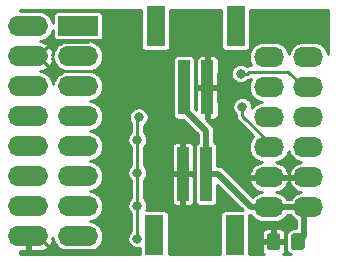
<source format=gbr>
G04 #@! TF.GenerationSoftware,KiCad,Pcbnew,5.1.5-52549c5~84~ubuntu19.10.1*
G04 #@! TF.CreationDate,2020-04-09T07:07:27-07:00*
G04 #@! TF.ProjectId,hub-75-pmod,6875622d-3735-42d7-906d-6f642e6b6963,rev?*
G04 #@! TF.SameCoordinates,PX2857260PY1dea728*
G04 #@! TF.FileFunction,Copper,L1,Top*
G04 #@! TF.FilePolarity,Positive*
%FSLAX46Y46*%
G04 Gerber Fmt 4.6, Leading zero omitted, Abs format (unit mm)*
G04 Created by KiCad (PCBNEW 5.1.5-52549c5~84~ubuntu19.10.1) date 2020-04-09 07:07:27*
%MOMM*%
%LPD*%
G04 APERTURE LIST*
%ADD10O,3.400000X1.700000*%
%ADD11R,3.400000X1.700000*%
%ADD12R,1.600000X3.400000*%
%ADD13R,1.000000X4.600000*%
%ADD14O,2.540000X1.700000*%
%ADD15C,0.100000*%
%ADD16C,0.800000*%
%ADD17C,0.508000*%
%ADD18C,0.254000*%
%ADD19C,0.250000*%
G04 APERTURE END LIST*
D10*
X1934000Y-19610000D03*
X6174000Y-19610000D03*
X1934000Y-17070000D03*
X6174000Y-17070000D03*
X1934000Y-14530000D03*
X6174000Y-14530000D03*
X1934000Y-11990000D03*
X6174000Y-11990000D03*
X1934000Y-9450000D03*
X6174000Y-9450000D03*
X1934000Y-6910000D03*
X6174000Y-6910000D03*
X1934000Y-4370000D03*
X6174000Y-4370000D03*
X1934000Y-1830000D03*
D11*
X6174000Y-1830000D03*
D12*
X12622000Y-19534000D03*
X19422000Y-19534000D03*
D13*
X15022000Y-14334000D03*
X17022000Y-14334000D03*
D14*
X25664000Y-17145000D03*
X22324000Y-17145000D03*
X25664000Y-14605000D03*
X22324000Y-14605000D03*
X25664000Y-12065000D03*
X22324000Y-12065000D03*
X25664000Y-9525000D03*
X22324000Y-9525000D03*
X25664000Y-6985000D03*
X22324000Y-6985000D03*
X25664000Y-4445000D03*
X22324000Y-4445000D03*
D12*
X19520000Y-1802000D03*
X12720000Y-1802000D03*
D13*
X17120000Y-7002000D03*
X15120000Y-7002000D03*
G04 #@! TA.AperFunction,SMDPad,CuDef*
D15*
G36*
X23064505Y-19367204D02*
G01*
X23088773Y-19370804D01*
X23112572Y-19376765D01*
X23135671Y-19385030D01*
X23157850Y-19395520D01*
X23178893Y-19408132D01*
X23198599Y-19422747D01*
X23216777Y-19439223D01*
X23233253Y-19457401D01*
X23247868Y-19477107D01*
X23260480Y-19498150D01*
X23270970Y-19520329D01*
X23279235Y-19543428D01*
X23285196Y-19567227D01*
X23288796Y-19591495D01*
X23290000Y-19615999D01*
X23290000Y-20516001D01*
X23288796Y-20540505D01*
X23285196Y-20564773D01*
X23279235Y-20588572D01*
X23270970Y-20611671D01*
X23260480Y-20633850D01*
X23247868Y-20654893D01*
X23233253Y-20674599D01*
X23216777Y-20692777D01*
X23198599Y-20709253D01*
X23178893Y-20723868D01*
X23157850Y-20736480D01*
X23135671Y-20746970D01*
X23112572Y-20755235D01*
X23088773Y-20761196D01*
X23064505Y-20764796D01*
X23040001Y-20766000D01*
X22389999Y-20766000D01*
X22365495Y-20764796D01*
X22341227Y-20761196D01*
X22317428Y-20755235D01*
X22294329Y-20746970D01*
X22272150Y-20736480D01*
X22251107Y-20723868D01*
X22231401Y-20709253D01*
X22213223Y-20692777D01*
X22196747Y-20674599D01*
X22182132Y-20654893D01*
X22169520Y-20633850D01*
X22159030Y-20611671D01*
X22150765Y-20588572D01*
X22144804Y-20564773D01*
X22141204Y-20540505D01*
X22140000Y-20516001D01*
X22140000Y-19615999D01*
X22141204Y-19591495D01*
X22144804Y-19567227D01*
X22150765Y-19543428D01*
X22159030Y-19520329D01*
X22169520Y-19498150D01*
X22182132Y-19477107D01*
X22196747Y-19457401D01*
X22213223Y-19439223D01*
X22231401Y-19422747D01*
X22251107Y-19408132D01*
X22272150Y-19395520D01*
X22294329Y-19385030D01*
X22317428Y-19376765D01*
X22341227Y-19370804D01*
X22365495Y-19367204D01*
X22389999Y-19366000D01*
X23040001Y-19366000D01*
X23064505Y-19367204D01*
G37*
G04 #@! TD.AperFunction*
G04 #@! TA.AperFunction,SMDPad,CuDef*
G36*
X25114505Y-19367204D02*
G01*
X25138773Y-19370804D01*
X25162572Y-19376765D01*
X25185671Y-19385030D01*
X25207850Y-19395520D01*
X25228893Y-19408132D01*
X25248599Y-19422747D01*
X25266777Y-19439223D01*
X25283253Y-19457401D01*
X25297868Y-19477107D01*
X25310480Y-19498150D01*
X25320970Y-19520329D01*
X25329235Y-19543428D01*
X25335196Y-19567227D01*
X25338796Y-19591495D01*
X25340000Y-19615999D01*
X25340000Y-20516001D01*
X25338796Y-20540505D01*
X25335196Y-20564773D01*
X25329235Y-20588572D01*
X25320970Y-20611671D01*
X25310480Y-20633850D01*
X25297868Y-20654893D01*
X25283253Y-20674599D01*
X25266777Y-20692777D01*
X25248599Y-20709253D01*
X25228893Y-20723868D01*
X25207850Y-20736480D01*
X25185671Y-20746970D01*
X25162572Y-20755235D01*
X25138773Y-20761196D01*
X25114505Y-20764796D01*
X25090001Y-20766000D01*
X24439999Y-20766000D01*
X24415495Y-20764796D01*
X24391227Y-20761196D01*
X24367428Y-20755235D01*
X24344329Y-20746970D01*
X24322150Y-20736480D01*
X24301107Y-20723868D01*
X24281401Y-20709253D01*
X24263223Y-20692777D01*
X24246747Y-20674599D01*
X24232132Y-20654893D01*
X24219520Y-20633850D01*
X24209030Y-20611671D01*
X24200765Y-20588572D01*
X24194804Y-20564773D01*
X24191204Y-20540505D01*
X24190000Y-20516001D01*
X24190000Y-19615999D01*
X24191204Y-19591495D01*
X24194804Y-19567227D01*
X24200765Y-19543428D01*
X24209030Y-19520329D01*
X24219520Y-19498150D01*
X24232132Y-19477107D01*
X24246747Y-19457401D01*
X24263223Y-19439223D01*
X24281401Y-19422747D01*
X24301107Y-19408132D01*
X24322150Y-19395520D01*
X24344329Y-19385030D01*
X24367428Y-19376765D01*
X24391227Y-19370804D01*
X24415495Y-19367204D01*
X24439999Y-19366000D01*
X25090001Y-19366000D01*
X25114505Y-19367204D01*
G37*
G04 #@! TD.AperFunction*
D16*
X23994000Y-18415000D03*
X19937340Y-5843660D03*
X20057000Y-8636000D03*
X11167000Y-11430000D03*
X11167000Y-14224000D03*
X11167000Y-17018000D03*
X11167000Y-19812000D03*
X11294000Y-9525000D03*
D17*
X22724000Y-20057000D02*
X22715000Y-20066000D01*
D18*
X2784000Y-4370000D02*
X3979000Y-3175000D01*
X3979000Y-3175000D02*
X6976000Y-3175000D01*
D19*
X4148999Y-3005001D02*
X8524001Y-3005001D01*
X2784000Y-4370000D02*
X4148999Y-3005001D01*
X2784000Y-4370000D02*
X4045000Y-5631000D01*
X4045000Y-5631000D02*
X7950000Y-5631000D01*
D18*
X15022000Y-14334000D02*
X13653000Y-14334000D01*
X3961010Y-20787010D02*
X7793990Y-20787010D01*
X2784000Y-19610000D02*
X3961010Y-20787010D01*
X7793990Y-20787010D02*
X9700000Y-18881000D01*
X9700000Y-18881000D02*
X9700000Y-8631000D01*
X9700000Y-8631000D02*
X10700000Y-7631000D01*
X10700000Y-7631000D02*
X12450000Y-7631000D01*
X12450000Y-7631000D02*
X12950000Y-8131000D01*
X12950000Y-8131000D02*
X12950000Y-13631000D01*
X12950000Y-13631000D02*
X13653000Y-14334000D01*
D17*
X17022000Y-11526000D02*
X17022000Y-14334000D01*
X17022000Y-10704000D02*
X17022000Y-11526000D01*
X15120000Y-8802000D02*
X17022000Y-10704000D01*
X15120000Y-7002000D02*
X15120000Y-8802000D01*
X18030000Y-14334000D02*
X17022000Y-14334000D01*
X20841000Y-17145000D02*
X18030000Y-14334000D01*
X25264000Y-17145000D02*
X20841000Y-17145000D01*
X25264000Y-19567000D02*
X24765000Y-20066000D01*
X25264000Y-17145000D02*
X25264000Y-19567000D01*
D18*
X23975001Y-5696001D02*
X25264000Y-6985000D01*
D19*
X20650684Y-5696001D02*
X20503025Y-5843660D01*
X20503025Y-5843660D02*
X19937340Y-5843660D01*
X23975001Y-5696001D02*
X20650684Y-5696001D01*
D18*
X20057000Y-9398000D02*
X22724000Y-12065000D01*
X20057000Y-8636000D02*
X20057000Y-9398000D01*
X11167000Y-19246315D02*
X11167000Y-17018000D01*
X11167000Y-19812000D02*
X11167000Y-19246315D01*
X11167000Y-17018000D02*
X11167000Y-14224000D01*
X11167000Y-13658315D02*
X11167000Y-11430000D01*
X11167000Y-14224000D02*
X11167000Y-13658315D01*
X11167000Y-11430000D02*
X11167000Y-9652000D01*
X11167000Y-9652000D02*
X11294000Y-9525000D01*
G36*
X20706560Y-17820877D02*
G01*
X20807311Y-17830800D01*
X20807320Y-17830800D01*
X20817696Y-17831822D01*
X20833065Y-17860576D01*
X20993245Y-18055755D01*
X21188424Y-18215935D01*
X21411103Y-18334959D01*
X21652723Y-18408253D01*
X21841031Y-18426800D01*
X22806969Y-18426800D01*
X22995277Y-18408253D01*
X23236897Y-18334959D01*
X23459576Y-18215935D01*
X23654755Y-18055755D01*
X23814935Y-17860576D01*
X23830851Y-17830800D01*
X24157149Y-17830800D01*
X24173065Y-17860576D01*
X24333245Y-18055755D01*
X24528424Y-18215935D01*
X24578200Y-18242541D01*
X24578201Y-18932111D01*
X24439999Y-18932111D01*
X24306579Y-18945252D01*
X24178286Y-18984169D01*
X24060051Y-19047367D01*
X23956417Y-19132417D01*
X23871367Y-19236051D01*
X23808169Y-19354286D01*
X23769252Y-19482579D01*
X23756111Y-19615999D01*
X23756111Y-20516001D01*
X23769252Y-20649421D01*
X23808169Y-20777714D01*
X23871367Y-20895949D01*
X23956417Y-20999583D01*
X24060051Y-21084633D01*
X24150913Y-21133200D01*
X23519019Y-21133200D01*
X23531056Y-21126766D01*
X23596806Y-21072806D01*
X23650766Y-21007056D01*
X23690861Y-20932042D01*
X23715552Y-20850648D01*
X23723889Y-20766000D01*
X23721800Y-20300950D01*
X23613850Y-20193000D01*
X22842000Y-20193000D01*
X22842000Y-20213000D01*
X22588000Y-20213000D01*
X22588000Y-20193000D01*
X21816150Y-20193000D01*
X21708200Y-20300950D01*
X21706111Y-20766000D01*
X21714448Y-20850648D01*
X21739139Y-20932042D01*
X21779234Y-21007056D01*
X21833194Y-21072806D01*
X21898944Y-21126766D01*
X21910981Y-21133200D01*
X20655889Y-21133200D01*
X20655889Y-19366000D01*
X21706111Y-19366000D01*
X21708200Y-19831050D01*
X21816150Y-19939000D01*
X22588000Y-19939000D01*
X22588000Y-19042150D01*
X22842000Y-19042150D01*
X22842000Y-19939000D01*
X23613850Y-19939000D01*
X23721800Y-19831050D01*
X23723889Y-19366000D01*
X23715552Y-19281352D01*
X23690861Y-19199958D01*
X23650766Y-19124944D01*
X23596806Y-19059194D01*
X23531056Y-19005234D01*
X23456042Y-18965139D01*
X23374648Y-18940448D01*
X23290000Y-18932111D01*
X22949950Y-18934200D01*
X22842000Y-19042150D01*
X22588000Y-19042150D01*
X22480050Y-18934200D01*
X22140000Y-18932111D01*
X22055352Y-18940448D01*
X21973958Y-18965139D01*
X21898944Y-19005234D01*
X21833194Y-19059194D01*
X21779234Y-19124944D01*
X21739139Y-19199958D01*
X21714448Y-19281352D01*
X21706111Y-19366000D01*
X20655889Y-19366000D01*
X20655889Y-17834000D01*
X20652996Y-17804629D01*
X20706560Y-17820877D01*
G37*
X20706560Y-17820877D02*
X20807311Y-17830800D01*
X20807320Y-17830800D01*
X20817696Y-17831822D01*
X20833065Y-17860576D01*
X20993245Y-18055755D01*
X21188424Y-18215935D01*
X21411103Y-18334959D01*
X21652723Y-18408253D01*
X21841031Y-18426800D01*
X22806969Y-18426800D01*
X22995277Y-18408253D01*
X23236897Y-18334959D01*
X23459576Y-18215935D01*
X23654755Y-18055755D01*
X23814935Y-17860576D01*
X23830851Y-17830800D01*
X24157149Y-17830800D01*
X24173065Y-17860576D01*
X24333245Y-18055755D01*
X24528424Y-18215935D01*
X24578200Y-18242541D01*
X24578201Y-18932111D01*
X24439999Y-18932111D01*
X24306579Y-18945252D01*
X24178286Y-18984169D01*
X24060051Y-19047367D01*
X23956417Y-19132417D01*
X23871367Y-19236051D01*
X23808169Y-19354286D01*
X23769252Y-19482579D01*
X23756111Y-19615999D01*
X23756111Y-20516001D01*
X23769252Y-20649421D01*
X23808169Y-20777714D01*
X23871367Y-20895949D01*
X23956417Y-20999583D01*
X24060051Y-21084633D01*
X24150913Y-21133200D01*
X23519019Y-21133200D01*
X23531056Y-21126766D01*
X23596806Y-21072806D01*
X23650766Y-21007056D01*
X23690861Y-20932042D01*
X23715552Y-20850648D01*
X23723889Y-20766000D01*
X23721800Y-20300950D01*
X23613850Y-20193000D01*
X22842000Y-20193000D01*
X22842000Y-20213000D01*
X22588000Y-20213000D01*
X22588000Y-20193000D01*
X21816150Y-20193000D01*
X21708200Y-20300950D01*
X21706111Y-20766000D01*
X21714448Y-20850648D01*
X21739139Y-20932042D01*
X21779234Y-21007056D01*
X21833194Y-21072806D01*
X21898944Y-21126766D01*
X21910981Y-21133200D01*
X20655889Y-21133200D01*
X20655889Y-19366000D01*
X21706111Y-19366000D01*
X21708200Y-19831050D01*
X21816150Y-19939000D01*
X22588000Y-19939000D01*
X22588000Y-19042150D01*
X22842000Y-19042150D01*
X22842000Y-19939000D01*
X23613850Y-19939000D01*
X23721800Y-19831050D01*
X23723889Y-19366000D01*
X23715552Y-19281352D01*
X23690861Y-19199958D01*
X23650766Y-19124944D01*
X23596806Y-19059194D01*
X23531056Y-19005234D01*
X23456042Y-18965139D01*
X23374648Y-18940448D01*
X23290000Y-18932111D01*
X22949950Y-18934200D01*
X22842000Y-19042150D01*
X22588000Y-19042150D01*
X22480050Y-18934200D01*
X22140000Y-18932111D01*
X22055352Y-18940448D01*
X21973958Y-18965139D01*
X21898944Y-19005234D01*
X21833194Y-19059194D01*
X21779234Y-19124944D01*
X21739139Y-19199958D01*
X21714448Y-19281352D01*
X21706111Y-19366000D01*
X20655889Y-19366000D01*
X20655889Y-17834000D01*
X20652996Y-17804629D01*
X20706560Y-17820877D01*
G36*
X11486111Y-3502000D02*
G01*
X11494448Y-3586648D01*
X11519139Y-3668042D01*
X11559234Y-3743056D01*
X11613194Y-3808806D01*
X11678944Y-3862766D01*
X11753958Y-3902861D01*
X11835352Y-3927552D01*
X11920000Y-3935889D01*
X13520000Y-3935889D01*
X13604648Y-3927552D01*
X13686042Y-3902861D01*
X13761056Y-3862766D01*
X13826806Y-3808806D01*
X13880766Y-3743056D01*
X13920861Y-3668042D01*
X13945552Y-3586648D01*
X13953889Y-3502000D01*
X13953889Y-456800D01*
X18286111Y-456800D01*
X18286111Y-3502000D01*
X18294448Y-3586648D01*
X18319139Y-3668042D01*
X18359234Y-3743056D01*
X18413194Y-3808806D01*
X18478944Y-3862766D01*
X18553958Y-3902861D01*
X18635352Y-3927552D01*
X18720000Y-3935889D01*
X20320000Y-3935889D01*
X20404648Y-3927552D01*
X20486042Y-3902861D01*
X20561056Y-3862766D01*
X20626806Y-3808806D01*
X20680766Y-3743056D01*
X20720861Y-3668042D01*
X20745552Y-3586648D01*
X20753889Y-3502000D01*
X20753889Y-456800D01*
X27347200Y-456800D01*
X27347200Y-4193549D01*
X27273959Y-3952103D01*
X27154935Y-3729424D01*
X26994755Y-3534245D01*
X26799576Y-3374065D01*
X26576897Y-3255041D01*
X26335277Y-3181747D01*
X26146969Y-3163200D01*
X25181031Y-3163200D01*
X24992723Y-3181747D01*
X24751103Y-3255041D01*
X24528424Y-3374065D01*
X24333245Y-3534245D01*
X24173065Y-3729424D01*
X24054041Y-3952103D01*
X23994000Y-4150033D01*
X23933959Y-3952103D01*
X23814935Y-3729424D01*
X23654755Y-3534245D01*
X23459576Y-3374065D01*
X23236897Y-3255041D01*
X22995277Y-3181747D01*
X22806969Y-3163200D01*
X21841031Y-3163200D01*
X21652723Y-3181747D01*
X21411103Y-3255041D01*
X21188424Y-3374065D01*
X20993245Y-3534245D01*
X20833065Y-3729424D01*
X20714041Y-3952103D01*
X20640747Y-4193723D01*
X20615998Y-4445000D01*
X20640747Y-4696277D01*
X20714041Y-4937897D01*
X20821640Y-5139201D01*
X20678024Y-5139201D01*
X20650683Y-5136508D01*
X20623342Y-5139201D01*
X20623333Y-5139201D01*
X20541532Y-5147258D01*
X20438896Y-5178392D01*
X20331345Y-5106528D01*
X20179967Y-5043825D01*
X20019265Y-5011860D01*
X19855415Y-5011860D01*
X19694713Y-5043825D01*
X19543335Y-5106528D01*
X19407098Y-5197559D01*
X19291239Y-5313418D01*
X19200208Y-5449655D01*
X19137505Y-5601033D01*
X19105540Y-5761735D01*
X19105540Y-5925585D01*
X19137505Y-6086287D01*
X19200208Y-6237665D01*
X19291239Y-6373902D01*
X19407098Y-6489761D01*
X19543335Y-6580792D01*
X19694713Y-6643495D01*
X19855415Y-6675460D01*
X20019265Y-6675460D01*
X20179967Y-6643495D01*
X20331345Y-6580792D01*
X20467582Y-6489761D01*
X20559779Y-6397564D01*
X20612177Y-6392403D01*
X20717134Y-6360565D01*
X20811234Y-6310267D01*
X20714041Y-6492103D01*
X20640747Y-6733723D01*
X20615998Y-6985000D01*
X20640747Y-7236277D01*
X20714041Y-7477897D01*
X20833065Y-7700576D01*
X20993245Y-7895755D01*
X21188424Y-8055935D01*
X21411103Y-8174959D01*
X21652723Y-8248253D01*
X21721225Y-8255000D01*
X21652723Y-8261747D01*
X21411103Y-8335041D01*
X21188424Y-8454065D01*
X20993245Y-8614245D01*
X20882608Y-8749056D01*
X20888800Y-8717925D01*
X20888800Y-8554075D01*
X20856835Y-8393373D01*
X20794132Y-8241995D01*
X20703101Y-8105758D01*
X20587242Y-7989899D01*
X20451005Y-7898868D01*
X20299627Y-7836165D01*
X20138925Y-7804200D01*
X19975075Y-7804200D01*
X19814373Y-7836165D01*
X19662995Y-7898868D01*
X19526758Y-7989899D01*
X19410899Y-8105758D01*
X19319868Y-8241995D01*
X19257165Y-8393373D01*
X19225200Y-8554075D01*
X19225200Y-8717925D01*
X19257165Y-8878627D01*
X19319868Y-9030005D01*
X19410899Y-9166242D01*
X19498200Y-9253543D01*
X19498200Y-9370558D01*
X19495497Y-9398000D01*
X19498200Y-9425442D01*
X19498200Y-9425444D01*
X19506286Y-9507544D01*
X19511582Y-9525001D01*
X19538239Y-9612877D01*
X19585490Y-9701277D01*
X19590128Y-9709954D01*
X19659958Y-9795043D01*
X19681276Y-9812538D01*
X21009578Y-11140841D01*
X20993245Y-11154245D01*
X20833065Y-11349424D01*
X20714041Y-11572103D01*
X20640747Y-11813723D01*
X20615998Y-12065000D01*
X20640747Y-12316277D01*
X20714041Y-12557897D01*
X20833065Y-12780576D01*
X20993245Y-12975755D01*
X21188424Y-13135935D01*
X21411103Y-13254959D01*
X21652723Y-13328253D01*
X21718971Y-13334778D01*
X21529373Y-13372606D01*
X21296143Y-13469372D01*
X21086273Y-13609780D01*
X20907828Y-13788433D01*
X20767665Y-13998467D01*
X20671171Y-14231809D01*
X20664078Y-14280033D01*
X20737040Y-14478000D01*
X22197000Y-14478000D01*
X22197000Y-14458000D01*
X22451000Y-14458000D01*
X22451000Y-14478000D01*
X23910960Y-14478000D01*
X23983922Y-14280033D01*
X23976829Y-14231809D01*
X23880335Y-13998467D01*
X23740172Y-13788433D01*
X23561727Y-13609780D01*
X23351857Y-13469372D01*
X23118627Y-13372606D01*
X22929029Y-13334778D01*
X22995277Y-13328253D01*
X23236897Y-13254959D01*
X23459576Y-13135935D01*
X23654755Y-12975755D01*
X23814935Y-12780576D01*
X23933959Y-12557897D01*
X23994000Y-12359967D01*
X24054041Y-12557897D01*
X24173065Y-12780576D01*
X24333245Y-12975755D01*
X24528424Y-13135935D01*
X24751103Y-13254959D01*
X24992723Y-13328253D01*
X25058971Y-13334778D01*
X24869373Y-13372606D01*
X24636143Y-13469372D01*
X24426273Y-13609780D01*
X24247828Y-13788433D01*
X24107665Y-13998467D01*
X24011171Y-14231809D01*
X24004078Y-14280033D01*
X24077040Y-14478000D01*
X25537000Y-14478000D01*
X25537000Y-14458000D01*
X25791000Y-14458000D01*
X25791000Y-14478000D01*
X25811000Y-14478000D01*
X25811000Y-14732000D01*
X25791000Y-14732000D01*
X25791000Y-14752000D01*
X25537000Y-14752000D01*
X25537000Y-14732000D01*
X24077040Y-14732000D01*
X24004078Y-14929967D01*
X24011171Y-14978191D01*
X24107665Y-15211533D01*
X24247828Y-15421567D01*
X24426273Y-15600220D01*
X24636143Y-15740628D01*
X24869373Y-15837394D01*
X25058971Y-15875222D01*
X24992723Y-15881747D01*
X24751103Y-15955041D01*
X24528424Y-16074065D01*
X24333245Y-16234245D01*
X24173065Y-16429424D01*
X24157149Y-16459200D01*
X23830851Y-16459200D01*
X23814935Y-16429424D01*
X23654755Y-16234245D01*
X23459576Y-16074065D01*
X23236897Y-15955041D01*
X22995277Y-15881747D01*
X22929029Y-15875222D01*
X23118627Y-15837394D01*
X23351857Y-15740628D01*
X23561727Y-15600220D01*
X23740172Y-15421567D01*
X23880335Y-15211533D01*
X23976829Y-14978191D01*
X23983922Y-14929967D01*
X23910960Y-14732000D01*
X22451000Y-14732000D01*
X22451000Y-14752000D01*
X22197000Y-14752000D01*
X22197000Y-14732000D01*
X20737040Y-14732000D01*
X20664078Y-14929967D01*
X20671171Y-14978191D01*
X20767665Y-15211533D01*
X20907828Y-15421567D01*
X21086273Y-15600220D01*
X21296143Y-15740628D01*
X21529373Y-15837394D01*
X21718971Y-15875222D01*
X21652723Y-15881747D01*
X21411103Y-15955041D01*
X21188424Y-16074065D01*
X20993245Y-16234245D01*
X20951265Y-16285397D01*
X18538758Y-13872891D01*
X18517280Y-13846720D01*
X18412853Y-13761019D01*
X18293714Y-13697338D01*
X18164440Y-13658123D01*
X18063689Y-13648200D01*
X18063679Y-13648200D01*
X18030000Y-13644883D01*
X17996321Y-13648200D01*
X17955889Y-13648200D01*
X17955889Y-12034000D01*
X17947552Y-11949352D01*
X17922861Y-11867958D01*
X17882766Y-11792944D01*
X17828806Y-11727194D01*
X17763056Y-11673234D01*
X17707800Y-11643700D01*
X17707800Y-10737678D01*
X17711117Y-10703999D01*
X17707800Y-10670320D01*
X17707800Y-10670311D01*
X17697877Y-10569560D01*
X17658662Y-10440286D01*
X17594981Y-10321147D01*
X17585639Y-10309764D01*
X17530755Y-10242887D01*
X17530749Y-10242881D01*
X17509279Y-10216720D01*
X17483119Y-10195251D01*
X16953359Y-9665491D01*
X16993000Y-9625850D01*
X16993000Y-7129000D01*
X17247000Y-7129000D01*
X17247000Y-9625850D01*
X17354950Y-9733800D01*
X17620000Y-9735889D01*
X17704648Y-9727552D01*
X17786042Y-9702861D01*
X17861056Y-9662766D01*
X17926806Y-9608806D01*
X17980766Y-9543056D01*
X18020861Y-9468042D01*
X18045552Y-9386648D01*
X18053889Y-9302000D01*
X18051800Y-7236950D01*
X17943850Y-7129000D01*
X17247000Y-7129000D01*
X16993000Y-7129000D01*
X16296150Y-7129000D01*
X16188200Y-7236950D01*
X16186519Y-8898652D01*
X16053889Y-8766022D01*
X16053889Y-4702000D01*
X16186111Y-4702000D01*
X16188200Y-6767050D01*
X16296150Y-6875000D01*
X16993000Y-6875000D01*
X16993000Y-4378150D01*
X17247000Y-4378150D01*
X17247000Y-6875000D01*
X17943850Y-6875000D01*
X18051800Y-6767050D01*
X18053889Y-4702000D01*
X18045552Y-4617352D01*
X18020861Y-4535958D01*
X17980766Y-4460944D01*
X17926806Y-4395194D01*
X17861056Y-4341234D01*
X17786042Y-4301139D01*
X17704648Y-4276448D01*
X17620000Y-4268111D01*
X17354950Y-4270200D01*
X17247000Y-4378150D01*
X16993000Y-4378150D01*
X16885050Y-4270200D01*
X16620000Y-4268111D01*
X16535352Y-4276448D01*
X16453958Y-4301139D01*
X16378944Y-4341234D01*
X16313194Y-4395194D01*
X16259234Y-4460944D01*
X16219139Y-4535958D01*
X16194448Y-4617352D01*
X16186111Y-4702000D01*
X16053889Y-4702000D01*
X16045552Y-4617352D01*
X16020861Y-4535958D01*
X15980766Y-4460944D01*
X15926806Y-4395194D01*
X15861056Y-4341234D01*
X15786042Y-4301139D01*
X15704648Y-4276448D01*
X15620000Y-4268111D01*
X14620000Y-4268111D01*
X14535352Y-4276448D01*
X14453958Y-4301139D01*
X14378944Y-4341234D01*
X14313194Y-4395194D01*
X14259234Y-4460944D01*
X14219139Y-4535958D01*
X14194448Y-4617352D01*
X14186111Y-4702000D01*
X14186111Y-9302000D01*
X14194448Y-9386648D01*
X14219139Y-9468042D01*
X14259234Y-9543056D01*
X14313194Y-9608806D01*
X14378944Y-9662766D01*
X14453958Y-9702861D01*
X14535352Y-9727552D01*
X14620000Y-9735889D01*
X15084022Y-9735889D01*
X16336200Y-10988068D01*
X16336200Y-11643700D01*
X16280944Y-11673234D01*
X16215194Y-11727194D01*
X16161234Y-11792944D01*
X16121139Y-11867958D01*
X16096448Y-11949352D01*
X16088111Y-12034000D01*
X16088111Y-16634000D01*
X16096448Y-16718648D01*
X16121139Y-16800042D01*
X16161234Y-16875056D01*
X16215194Y-16940806D01*
X16280944Y-16994766D01*
X16355958Y-17034861D01*
X16437352Y-17059552D01*
X16522000Y-17067889D01*
X17522000Y-17067889D01*
X17606648Y-17059552D01*
X17688042Y-17034861D01*
X17763056Y-16994766D01*
X17828806Y-16940806D01*
X17882766Y-16875056D01*
X17922861Y-16800042D01*
X17947552Y-16718648D01*
X17955889Y-16634000D01*
X17955889Y-15229756D01*
X20126243Y-17400111D01*
X18622000Y-17400111D01*
X18537352Y-17408448D01*
X18455958Y-17433139D01*
X18380944Y-17473234D01*
X18315194Y-17527194D01*
X18261234Y-17592944D01*
X18221139Y-17667958D01*
X18196448Y-17749352D01*
X18188111Y-17834000D01*
X18188111Y-21133200D01*
X13855889Y-21133200D01*
X13855889Y-17834000D01*
X13847552Y-17749352D01*
X13822861Y-17667958D01*
X13782766Y-17592944D01*
X13728806Y-17527194D01*
X13663056Y-17473234D01*
X13588042Y-17433139D01*
X13506648Y-17408448D01*
X13422000Y-17400111D01*
X11909059Y-17400111D01*
X11966835Y-17260627D01*
X11998800Y-17099925D01*
X11998800Y-16936075D01*
X11966835Y-16775373D01*
X11908277Y-16634000D01*
X14088111Y-16634000D01*
X14096448Y-16718648D01*
X14121139Y-16800042D01*
X14161234Y-16875056D01*
X14215194Y-16940806D01*
X14280944Y-16994766D01*
X14355958Y-17034861D01*
X14437352Y-17059552D01*
X14522000Y-17067889D01*
X14787050Y-17065800D01*
X14895000Y-16957850D01*
X14895000Y-14461000D01*
X15149000Y-14461000D01*
X15149000Y-16957850D01*
X15256950Y-17065800D01*
X15522000Y-17067889D01*
X15606648Y-17059552D01*
X15688042Y-17034861D01*
X15763056Y-16994766D01*
X15828806Y-16940806D01*
X15882766Y-16875056D01*
X15922861Y-16800042D01*
X15947552Y-16718648D01*
X15955889Y-16634000D01*
X15953800Y-14568950D01*
X15845850Y-14461000D01*
X15149000Y-14461000D01*
X14895000Y-14461000D01*
X14198150Y-14461000D01*
X14090200Y-14568950D01*
X14088111Y-16634000D01*
X11908277Y-16634000D01*
X11904132Y-16623995D01*
X11813101Y-16487758D01*
X11725800Y-16400457D01*
X11725800Y-14841543D01*
X11813101Y-14754242D01*
X11904132Y-14618005D01*
X11966835Y-14466627D01*
X11998800Y-14305925D01*
X11998800Y-14142075D01*
X11966835Y-13981373D01*
X11904132Y-13829995D01*
X11813101Y-13693758D01*
X11725800Y-13606457D01*
X11725800Y-12047543D01*
X11739343Y-12034000D01*
X14088111Y-12034000D01*
X14090200Y-14099050D01*
X14198150Y-14207000D01*
X14895000Y-14207000D01*
X14895000Y-11710150D01*
X15149000Y-11710150D01*
X15149000Y-14207000D01*
X15845850Y-14207000D01*
X15953800Y-14099050D01*
X15955889Y-12034000D01*
X15947552Y-11949352D01*
X15922861Y-11867958D01*
X15882766Y-11792944D01*
X15828806Y-11727194D01*
X15763056Y-11673234D01*
X15688042Y-11633139D01*
X15606648Y-11608448D01*
X15522000Y-11600111D01*
X15256950Y-11602200D01*
X15149000Y-11710150D01*
X14895000Y-11710150D01*
X14787050Y-11602200D01*
X14522000Y-11600111D01*
X14437352Y-11608448D01*
X14355958Y-11633139D01*
X14280944Y-11673234D01*
X14215194Y-11727194D01*
X14161234Y-11792944D01*
X14121139Y-11867958D01*
X14096448Y-11949352D01*
X14088111Y-12034000D01*
X11739343Y-12034000D01*
X11813101Y-11960242D01*
X11904132Y-11824005D01*
X11966835Y-11672627D01*
X11998800Y-11511925D01*
X11998800Y-11348075D01*
X11966835Y-11187373D01*
X11904132Y-11035995D01*
X11813101Y-10899758D01*
X11725800Y-10812457D01*
X11725800Y-10236878D01*
X11824242Y-10171101D01*
X11940101Y-10055242D01*
X12031132Y-9919005D01*
X12093835Y-9767627D01*
X12125800Y-9606925D01*
X12125800Y-9443075D01*
X12093835Y-9282373D01*
X12031132Y-9130995D01*
X11940101Y-8994758D01*
X11824242Y-8878899D01*
X11688005Y-8787868D01*
X11536627Y-8725165D01*
X11375925Y-8693200D01*
X11212075Y-8693200D01*
X11051373Y-8725165D01*
X10899995Y-8787868D01*
X10763758Y-8878899D01*
X10647899Y-8994758D01*
X10556868Y-9130995D01*
X10494165Y-9282373D01*
X10462200Y-9443075D01*
X10462200Y-9606925D01*
X10494165Y-9767627D01*
X10556868Y-9919005D01*
X10608201Y-9995830D01*
X10608200Y-10812457D01*
X10520899Y-10899758D01*
X10429868Y-11035995D01*
X10367165Y-11187373D01*
X10335200Y-11348075D01*
X10335200Y-11511925D01*
X10367165Y-11672627D01*
X10429868Y-11824005D01*
X10520899Y-11960242D01*
X10608201Y-12047544D01*
X10608200Y-13606457D01*
X10520899Y-13693758D01*
X10429868Y-13829995D01*
X10367165Y-13981373D01*
X10335200Y-14142075D01*
X10335200Y-14305925D01*
X10367165Y-14466627D01*
X10429868Y-14618005D01*
X10520899Y-14754242D01*
X10608201Y-14841544D01*
X10608200Y-16400457D01*
X10520899Y-16487758D01*
X10429868Y-16623995D01*
X10367165Y-16775373D01*
X10335200Y-16936075D01*
X10335200Y-17099925D01*
X10367165Y-17260627D01*
X10429868Y-17412005D01*
X10520899Y-17548242D01*
X10608201Y-17635544D01*
X10608200Y-19194457D01*
X10520899Y-19281758D01*
X10429868Y-19417995D01*
X10367165Y-19569373D01*
X10335200Y-19730075D01*
X10335200Y-19893925D01*
X10367165Y-20054627D01*
X10429868Y-20206005D01*
X10520899Y-20342242D01*
X10636758Y-20458101D01*
X10772995Y-20549132D01*
X10924373Y-20611835D01*
X11085075Y-20643800D01*
X11248925Y-20643800D01*
X11388111Y-20616115D01*
X11388111Y-21133200D01*
X1261000Y-21133200D01*
X1261000Y-20891800D01*
X1807000Y-20891800D01*
X1807000Y-19737000D01*
X1787000Y-19737000D01*
X1787000Y-19483000D01*
X1807000Y-19483000D01*
X1807000Y-19463000D01*
X2061000Y-19463000D01*
X2061000Y-19483000D01*
X2081000Y-19483000D01*
X2081000Y-19737000D01*
X2061000Y-19737000D01*
X2061000Y-20891800D01*
X2911000Y-20891800D01*
X3158627Y-20842394D01*
X3391857Y-20745628D01*
X3601727Y-20605220D01*
X3780172Y-20426567D01*
X3920335Y-20216533D01*
X4016829Y-19983191D01*
X4023922Y-19934967D01*
X3950961Y-19737002D01*
X4048507Y-19737002D01*
X4060747Y-19861277D01*
X4134041Y-20102897D01*
X4253065Y-20325576D01*
X4413245Y-20520755D01*
X4608424Y-20680935D01*
X4831103Y-20799959D01*
X5072723Y-20873253D01*
X5261031Y-20891800D01*
X7086969Y-20891800D01*
X7275277Y-20873253D01*
X7516897Y-20799959D01*
X7739576Y-20680935D01*
X7934755Y-20520755D01*
X8094935Y-20325576D01*
X8213959Y-20102897D01*
X8287253Y-19861277D01*
X8312002Y-19610000D01*
X8287253Y-19358723D01*
X8213959Y-19117103D01*
X8094935Y-18894424D01*
X7934755Y-18699245D01*
X7739576Y-18539065D01*
X7516897Y-18420041D01*
X7275277Y-18346747D01*
X7206775Y-18340000D01*
X7275277Y-18333253D01*
X7516897Y-18259959D01*
X7739576Y-18140935D01*
X7934755Y-17980755D01*
X8094935Y-17785576D01*
X8213959Y-17562897D01*
X8287253Y-17321277D01*
X8312002Y-17070000D01*
X8287253Y-16818723D01*
X8213959Y-16577103D01*
X8094935Y-16354424D01*
X7934755Y-16159245D01*
X7739576Y-15999065D01*
X7516897Y-15880041D01*
X7275277Y-15806747D01*
X7206775Y-15800000D01*
X7275277Y-15793253D01*
X7516897Y-15719959D01*
X7739576Y-15600935D01*
X7934755Y-15440755D01*
X8094935Y-15245576D01*
X8213959Y-15022897D01*
X8287253Y-14781277D01*
X8312002Y-14530000D01*
X8287253Y-14278723D01*
X8213959Y-14037103D01*
X8094935Y-13814424D01*
X7934755Y-13619245D01*
X7739576Y-13459065D01*
X7516897Y-13340041D01*
X7275277Y-13266747D01*
X7206775Y-13260000D01*
X7275277Y-13253253D01*
X7516897Y-13179959D01*
X7739576Y-13060935D01*
X7934755Y-12900755D01*
X8094935Y-12705576D01*
X8213959Y-12482897D01*
X8287253Y-12241277D01*
X8312002Y-11990000D01*
X8287253Y-11738723D01*
X8213959Y-11497103D01*
X8094935Y-11274424D01*
X7934755Y-11079245D01*
X7739576Y-10919065D01*
X7516897Y-10800041D01*
X7275277Y-10726747D01*
X7206775Y-10720000D01*
X7275277Y-10713253D01*
X7516897Y-10639959D01*
X7739576Y-10520935D01*
X7934755Y-10360755D01*
X8094935Y-10165576D01*
X8213959Y-9942897D01*
X8287253Y-9701277D01*
X8312002Y-9450000D01*
X8287253Y-9198723D01*
X8213959Y-8957103D01*
X8094935Y-8734424D01*
X7934755Y-8539245D01*
X7739576Y-8379065D01*
X7516897Y-8260041D01*
X7275277Y-8186747D01*
X7206775Y-8180000D01*
X7275277Y-8173253D01*
X7516897Y-8099959D01*
X7739576Y-7980935D01*
X7934755Y-7820755D01*
X8094935Y-7625576D01*
X8213959Y-7402897D01*
X8287253Y-7161277D01*
X8312002Y-6910000D01*
X8287253Y-6658723D01*
X8213959Y-6417103D01*
X8094935Y-6194424D01*
X7934755Y-5999245D01*
X7739576Y-5839065D01*
X7516897Y-5720041D01*
X7275277Y-5646747D01*
X7206775Y-5640000D01*
X7275277Y-5633253D01*
X7516897Y-5559959D01*
X7739576Y-5440935D01*
X7934755Y-5280755D01*
X8094935Y-5085576D01*
X8213959Y-4862897D01*
X8287253Y-4621277D01*
X8312002Y-4370000D01*
X8287253Y-4118723D01*
X8213959Y-3877103D01*
X8094935Y-3654424D01*
X7934755Y-3459245D01*
X7739576Y-3299065D01*
X7516897Y-3180041D01*
X7298821Y-3113889D01*
X7874000Y-3113889D01*
X7958648Y-3105552D01*
X8040042Y-3080861D01*
X8115056Y-3040766D01*
X8180806Y-2986806D01*
X8234766Y-2921056D01*
X8274861Y-2846042D01*
X8299552Y-2764648D01*
X8307889Y-2680000D01*
X8307889Y-980000D01*
X8299552Y-895352D01*
X8274861Y-813958D01*
X8234766Y-738944D01*
X8180806Y-673194D01*
X8115056Y-619234D01*
X8040042Y-579139D01*
X7958648Y-554448D01*
X7874000Y-546111D01*
X4474000Y-546111D01*
X4389352Y-554448D01*
X4307958Y-579139D01*
X4232944Y-619234D01*
X4167194Y-673194D01*
X4113234Y-738944D01*
X4073139Y-813958D01*
X4048448Y-895352D01*
X4040111Y-980000D01*
X4040111Y-1555179D01*
X3973959Y-1337103D01*
X3854935Y-1114424D01*
X3694755Y-919245D01*
X3499576Y-759065D01*
X3276897Y-640041D01*
X3035277Y-566747D01*
X2846969Y-548200D01*
X1261000Y-548200D01*
X1261000Y-456800D01*
X11486111Y-456800D01*
X11486111Y-3502000D01*
G37*
X11486111Y-3502000D02*
X11494448Y-3586648D01*
X11519139Y-3668042D01*
X11559234Y-3743056D01*
X11613194Y-3808806D01*
X11678944Y-3862766D01*
X11753958Y-3902861D01*
X11835352Y-3927552D01*
X11920000Y-3935889D01*
X13520000Y-3935889D01*
X13604648Y-3927552D01*
X13686042Y-3902861D01*
X13761056Y-3862766D01*
X13826806Y-3808806D01*
X13880766Y-3743056D01*
X13920861Y-3668042D01*
X13945552Y-3586648D01*
X13953889Y-3502000D01*
X13953889Y-456800D01*
X18286111Y-456800D01*
X18286111Y-3502000D01*
X18294448Y-3586648D01*
X18319139Y-3668042D01*
X18359234Y-3743056D01*
X18413194Y-3808806D01*
X18478944Y-3862766D01*
X18553958Y-3902861D01*
X18635352Y-3927552D01*
X18720000Y-3935889D01*
X20320000Y-3935889D01*
X20404648Y-3927552D01*
X20486042Y-3902861D01*
X20561056Y-3862766D01*
X20626806Y-3808806D01*
X20680766Y-3743056D01*
X20720861Y-3668042D01*
X20745552Y-3586648D01*
X20753889Y-3502000D01*
X20753889Y-456800D01*
X27347200Y-456800D01*
X27347200Y-4193549D01*
X27273959Y-3952103D01*
X27154935Y-3729424D01*
X26994755Y-3534245D01*
X26799576Y-3374065D01*
X26576897Y-3255041D01*
X26335277Y-3181747D01*
X26146969Y-3163200D01*
X25181031Y-3163200D01*
X24992723Y-3181747D01*
X24751103Y-3255041D01*
X24528424Y-3374065D01*
X24333245Y-3534245D01*
X24173065Y-3729424D01*
X24054041Y-3952103D01*
X23994000Y-4150033D01*
X23933959Y-3952103D01*
X23814935Y-3729424D01*
X23654755Y-3534245D01*
X23459576Y-3374065D01*
X23236897Y-3255041D01*
X22995277Y-3181747D01*
X22806969Y-3163200D01*
X21841031Y-3163200D01*
X21652723Y-3181747D01*
X21411103Y-3255041D01*
X21188424Y-3374065D01*
X20993245Y-3534245D01*
X20833065Y-3729424D01*
X20714041Y-3952103D01*
X20640747Y-4193723D01*
X20615998Y-4445000D01*
X20640747Y-4696277D01*
X20714041Y-4937897D01*
X20821640Y-5139201D01*
X20678024Y-5139201D01*
X20650683Y-5136508D01*
X20623342Y-5139201D01*
X20623333Y-5139201D01*
X20541532Y-5147258D01*
X20438896Y-5178392D01*
X20331345Y-5106528D01*
X20179967Y-5043825D01*
X20019265Y-5011860D01*
X19855415Y-5011860D01*
X19694713Y-5043825D01*
X19543335Y-5106528D01*
X19407098Y-5197559D01*
X19291239Y-5313418D01*
X19200208Y-5449655D01*
X19137505Y-5601033D01*
X19105540Y-5761735D01*
X19105540Y-5925585D01*
X19137505Y-6086287D01*
X19200208Y-6237665D01*
X19291239Y-6373902D01*
X19407098Y-6489761D01*
X19543335Y-6580792D01*
X19694713Y-6643495D01*
X19855415Y-6675460D01*
X20019265Y-6675460D01*
X20179967Y-6643495D01*
X20331345Y-6580792D01*
X20467582Y-6489761D01*
X20559779Y-6397564D01*
X20612177Y-6392403D01*
X20717134Y-6360565D01*
X20811234Y-6310267D01*
X20714041Y-6492103D01*
X20640747Y-6733723D01*
X20615998Y-6985000D01*
X20640747Y-7236277D01*
X20714041Y-7477897D01*
X20833065Y-7700576D01*
X20993245Y-7895755D01*
X21188424Y-8055935D01*
X21411103Y-8174959D01*
X21652723Y-8248253D01*
X21721225Y-8255000D01*
X21652723Y-8261747D01*
X21411103Y-8335041D01*
X21188424Y-8454065D01*
X20993245Y-8614245D01*
X20882608Y-8749056D01*
X20888800Y-8717925D01*
X20888800Y-8554075D01*
X20856835Y-8393373D01*
X20794132Y-8241995D01*
X20703101Y-8105758D01*
X20587242Y-7989899D01*
X20451005Y-7898868D01*
X20299627Y-7836165D01*
X20138925Y-7804200D01*
X19975075Y-7804200D01*
X19814373Y-7836165D01*
X19662995Y-7898868D01*
X19526758Y-7989899D01*
X19410899Y-8105758D01*
X19319868Y-8241995D01*
X19257165Y-8393373D01*
X19225200Y-8554075D01*
X19225200Y-8717925D01*
X19257165Y-8878627D01*
X19319868Y-9030005D01*
X19410899Y-9166242D01*
X19498200Y-9253543D01*
X19498200Y-9370558D01*
X19495497Y-9398000D01*
X19498200Y-9425442D01*
X19498200Y-9425444D01*
X19506286Y-9507544D01*
X19511582Y-9525001D01*
X19538239Y-9612877D01*
X19585490Y-9701277D01*
X19590128Y-9709954D01*
X19659958Y-9795043D01*
X19681276Y-9812538D01*
X21009578Y-11140841D01*
X20993245Y-11154245D01*
X20833065Y-11349424D01*
X20714041Y-11572103D01*
X20640747Y-11813723D01*
X20615998Y-12065000D01*
X20640747Y-12316277D01*
X20714041Y-12557897D01*
X20833065Y-12780576D01*
X20993245Y-12975755D01*
X21188424Y-13135935D01*
X21411103Y-13254959D01*
X21652723Y-13328253D01*
X21718971Y-13334778D01*
X21529373Y-13372606D01*
X21296143Y-13469372D01*
X21086273Y-13609780D01*
X20907828Y-13788433D01*
X20767665Y-13998467D01*
X20671171Y-14231809D01*
X20664078Y-14280033D01*
X20737040Y-14478000D01*
X22197000Y-14478000D01*
X22197000Y-14458000D01*
X22451000Y-14458000D01*
X22451000Y-14478000D01*
X23910960Y-14478000D01*
X23983922Y-14280033D01*
X23976829Y-14231809D01*
X23880335Y-13998467D01*
X23740172Y-13788433D01*
X23561727Y-13609780D01*
X23351857Y-13469372D01*
X23118627Y-13372606D01*
X22929029Y-13334778D01*
X22995277Y-13328253D01*
X23236897Y-13254959D01*
X23459576Y-13135935D01*
X23654755Y-12975755D01*
X23814935Y-12780576D01*
X23933959Y-12557897D01*
X23994000Y-12359967D01*
X24054041Y-12557897D01*
X24173065Y-12780576D01*
X24333245Y-12975755D01*
X24528424Y-13135935D01*
X24751103Y-13254959D01*
X24992723Y-13328253D01*
X25058971Y-13334778D01*
X24869373Y-13372606D01*
X24636143Y-13469372D01*
X24426273Y-13609780D01*
X24247828Y-13788433D01*
X24107665Y-13998467D01*
X24011171Y-14231809D01*
X24004078Y-14280033D01*
X24077040Y-14478000D01*
X25537000Y-14478000D01*
X25537000Y-14458000D01*
X25791000Y-14458000D01*
X25791000Y-14478000D01*
X25811000Y-14478000D01*
X25811000Y-14732000D01*
X25791000Y-14732000D01*
X25791000Y-14752000D01*
X25537000Y-14752000D01*
X25537000Y-14732000D01*
X24077040Y-14732000D01*
X24004078Y-14929967D01*
X24011171Y-14978191D01*
X24107665Y-15211533D01*
X24247828Y-15421567D01*
X24426273Y-15600220D01*
X24636143Y-15740628D01*
X24869373Y-15837394D01*
X25058971Y-15875222D01*
X24992723Y-15881747D01*
X24751103Y-15955041D01*
X24528424Y-16074065D01*
X24333245Y-16234245D01*
X24173065Y-16429424D01*
X24157149Y-16459200D01*
X23830851Y-16459200D01*
X23814935Y-16429424D01*
X23654755Y-16234245D01*
X23459576Y-16074065D01*
X23236897Y-15955041D01*
X22995277Y-15881747D01*
X22929029Y-15875222D01*
X23118627Y-15837394D01*
X23351857Y-15740628D01*
X23561727Y-15600220D01*
X23740172Y-15421567D01*
X23880335Y-15211533D01*
X23976829Y-14978191D01*
X23983922Y-14929967D01*
X23910960Y-14732000D01*
X22451000Y-14732000D01*
X22451000Y-14752000D01*
X22197000Y-14752000D01*
X22197000Y-14732000D01*
X20737040Y-14732000D01*
X20664078Y-14929967D01*
X20671171Y-14978191D01*
X20767665Y-15211533D01*
X20907828Y-15421567D01*
X21086273Y-15600220D01*
X21296143Y-15740628D01*
X21529373Y-15837394D01*
X21718971Y-15875222D01*
X21652723Y-15881747D01*
X21411103Y-15955041D01*
X21188424Y-16074065D01*
X20993245Y-16234245D01*
X20951265Y-16285397D01*
X18538758Y-13872891D01*
X18517280Y-13846720D01*
X18412853Y-13761019D01*
X18293714Y-13697338D01*
X18164440Y-13658123D01*
X18063689Y-13648200D01*
X18063679Y-13648200D01*
X18030000Y-13644883D01*
X17996321Y-13648200D01*
X17955889Y-13648200D01*
X17955889Y-12034000D01*
X17947552Y-11949352D01*
X17922861Y-11867958D01*
X17882766Y-11792944D01*
X17828806Y-11727194D01*
X17763056Y-11673234D01*
X17707800Y-11643700D01*
X17707800Y-10737678D01*
X17711117Y-10703999D01*
X17707800Y-10670320D01*
X17707800Y-10670311D01*
X17697877Y-10569560D01*
X17658662Y-10440286D01*
X17594981Y-10321147D01*
X17585639Y-10309764D01*
X17530755Y-10242887D01*
X17530749Y-10242881D01*
X17509279Y-10216720D01*
X17483119Y-10195251D01*
X16953359Y-9665491D01*
X16993000Y-9625850D01*
X16993000Y-7129000D01*
X17247000Y-7129000D01*
X17247000Y-9625850D01*
X17354950Y-9733800D01*
X17620000Y-9735889D01*
X17704648Y-9727552D01*
X17786042Y-9702861D01*
X17861056Y-9662766D01*
X17926806Y-9608806D01*
X17980766Y-9543056D01*
X18020861Y-9468042D01*
X18045552Y-9386648D01*
X18053889Y-9302000D01*
X18051800Y-7236950D01*
X17943850Y-7129000D01*
X17247000Y-7129000D01*
X16993000Y-7129000D01*
X16296150Y-7129000D01*
X16188200Y-7236950D01*
X16186519Y-8898652D01*
X16053889Y-8766022D01*
X16053889Y-4702000D01*
X16186111Y-4702000D01*
X16188200Y-6767050D01*
X16296150Y-6875000D01*
X16993000Y-6875000D01*
X16993000Y-4378150D01*
X17247000Y-4378150D01*
X17247000Y-6875000D01*
X17943850Y-6875000D01*
X18051800Y-6767050D01*
X18053889Y-4702000D01*
X18045552Y-4617352D01*
X18020861Y-4535958D01*
X17980766Y-4460944D01*
X17926806Y-4395194D01*
X17861056Y-4341234D01*
X17786042Y-4301139D01*
X17704648Y-4276448D01*
X17620000Y-4268111D01*
X17354950Y-4270200D01*
X17247000Y-4378150D01*
X16993000Y-4378150D01*
X16885050Y-4270200D01*
X16620000Y-4268111D01*
X16535352Y-4276448D01*
X16453958Y-4301139D01*
X16378944Y-4341234D01*
X16313194Y-4395194D01*
X16259234Y-4460944D01*
X16219139Y-4535958D01*
X16194448Y-4617352D01*
X16186111Y-4702000D01*
X16053889Y-4702000D01*
X16045552Y-4617352D01*
X16020861Y-4535958D01*
X15980766Y-4460944D01*
X15926806Y-4395194D01*
X15861056Y-4341234D01*
X15786042Y-4301139D01*
X15704648Y-4276448D01*
X15620000Y-4268111D01*
X14620000Y-4268111D01*
X14535352Y-4276448D01*
X14453958Y-4301139D01*
X14378944Y-4341234D01*
X14313194Y-4395194D01*
X14259234Y-4460944D01*
X14219139Y-4535958D01*
X14194448Y-4617352D01*
X14186111Y-4702000D01*
X14186111Y-9302000D01*
X14194448Y-9386648D01*
X14219139Y-9468042D01*
X14259234Y-9543056D01*
X14313194Y-9608806D01*
X14378944Y-9662766D01*
X14453958Y-9702861D01*
X14535352Y-9727552D01*
X14620000Y-9735889D01*
X15084022Y-9735889D01*
X16336200Y-10988068D01*
X16336200Y-11643700D01*
X16280944Y-11673234D01*
X16215194Y-11727194D01*
X16161234Y-11792944D01*
X16121139Y-11867958D01*
X16096448Y-11949352D01*
X16088111Y-12034000D01*
X16088111Y-16634000D01*
X16096448Y-16718648D01*
X16121139Y-16800042D01*
X16161234Y-16875056D01*
X16215194Y-16940806D01*
X16280944Y-16994766D01*
X16355958Y-17034861D01*
X16437352Y-17059552D01*
X16522000Y-17067889D01*
X17522000Y-17067889D01*
X17606648Y-17059552D01*
X17688042Y-17034861D01*
X17763056Y-16994766D01*
X17828806Y-16940806D01*
X17882766Y-16875056D01*
X17922861Y-16800042D01*
X17947552Y-16718648D01*
X17955889Y-16634000D01*
X17955889Y-15229756D01*
X20126243Y-17400111D01*
X18622000Y-17400111D01*
X18537352Y-17408448D01*
X18455958Y-17433139D01*
X18380944Y-17473234D01*
X18315194Y-17527194D01*
X18261234Y-17592944D01*
X18221139Y-17667958D01*
X18196448Y-17749352D01*
X18188111Y-17834000D01*
X18188111Y-21133200D01*
X13855889Y-21133200D01*
X13855889Y-17834000D01*
X13847552Y-17749352D01*
X13822861Y-17667958D01*
X13782766Y-17592944D01*
X13728806Y-17527194D01*
X13663056Y-17473234D01*
X13588042Y-17433139D01*
X13506648Y-17408448D01*
X13422000Y-17400111D01*
X11909059Y-17400111D01*
X11966835Y-17260627D01*
X11998800Y-17099925D01*
X11998800Y-16936075D01*
X11966835Y-16775373D01*
X11908277Y-16634000D01*
X14088111Y-16634000D01*
X14096448Y-16718648D01*
X14121139Y-16800042D01*
X14161234Y-16875056D01*
X14215194Y-16940806D01*
X14280944Y-16994766D01*
X14355958Y-17034861D01*
X14437352Y-17059552D01*
X14522000Y-17067889D01*
X14787050Y-17065800D01*
X14895000Y-16957850D01*
X14895000Y-14461000D01*
X15149000Y-14461000D01*
X15149000Y-16957850D01*
X15256950Y-17065800D01*
X15522000Y-17067889D01*
X15606648Y-17059552D01*
X15688042Y-17034861D01*
X15763056Y-16994766D01*
X15828806Y-16940806D01*
X15882766Y-16875056D01*
X15922861Y-16800042D01*
X15947552Y-16718648D01*
X15955889Y-16634000D01*
X15953800Y-14568950D01*
X15845850Y-14461000D01*
X15149000Y-14461000D01*
X14895000Y-14461000D01*
X14198150Y-14461000D01*
X14090200Y-14568950D01*
X14088111Y-16634000D01*
X11908277Y-16634000D01*
X11904132Y-16623995D01*
X11813101Y-16487758D01*
X11725800Y-16400457D01*
X11725800Y-14841543D01*
X11813101Y-14754242D01*
X11904132Y-14618005D01*
X11966835Y-14466627D01*
X11998800Y-14305925D01*
X11998800Y-14142075D01*
X11966835Y-13981373D01*
X11904132Y-13829995D01*
X11813101Y-13693758D01*
X11725800Y-13606457D01*
X11725800Y-12047543D01*
X11739343Y-12034000D01*
X14088111Y-12034000D01*
X14090200Y-14099050D01*
X14198150Y-14207000D01*
X14895000Y-14207000D01*
X14895000Y-11710150D01*
X15149000Y-11710150D01*
X15149000Y-14207000D01*
X15845850Y-14207000D01*
X15953800Y-14099050D01*
X15955889Y-12034000D01*
X15947552Y-11949352D01*
X15922861Y-11867958D01*
X15882766Y-11792944D01*
X15828806Y-11727194D01*
X15763056Y-11673234D01*
X15688042Y-11633139D01*
X15606648Y-11608448D01*
X15522000Y-11600111D01*
X15256950Y-11602200D01*
X15149000Y-11710150D01*
X14895000Y-11710150D01*
X14787050Y-11602200D01*
X14522000Y-11600111D01*
X14437352Y-11608448D01*
X14355958Y-11633139D01*
X14280944Y-11673234D01*
X14215194Y-11727194D01*
X14161234Y-11792944D01*
X14121139Y-11867958D01*
X14096448Y-11949352D01*
X14088111Y-12034000D01*
X11739343Y-12034000D01*
X11813101Y-11960242D01*
X11904132Y-11824005D01*
X11966835Y-11672627D01*
X11998800Y-11511925D01*
X11998800Y-11348075D01*
X11966835Y-11187373D01*
X11904132Y-11035995D01*
X11813101Y-10899758D01*
X11725800Y-10812457D01*
X11725800Y-10236878D01*
X11824242Y-10171101D01*
X11940101Y-10055242D01*
X12031132Y-9919005D01*
X12093835Y-9767627D01*
X12125800Y-9606925D01*
X12125800Y-9443075D01*
X12093835Y-9282373D01*
X12031132Y-9130995D01*
X11940101Y-8994758D01*
X11824242Y-8878899D01*
X11688005Y-8787868D01*
X11536627Y-8725165D01*
X11375925Y-8693200D01*
X11212075Y-8693200D01*
X11051373Y-8725165D01*
X10899995Y-8787868D01*
X10763758Y-8878899D01*
X10647899Y-8994758D01*
X10556868Y-9130995D01*
X10494165Y-9282373D01*
X10462200Y-9443075D01*
X10462200Y-9606925D01*
X10494165Y-9767627D01*
X10556868Y-9919005D01*
X10608201Y-9995830D01*
X10608200Y-10812457D01*
X10520899Y-10899758D01*
X10429868Y-11035995D01*
X10367165Y-11187373D01*
X10335200Y-11348075D01*
X10335200Y-11511925D01*
X10367165Y-11672627D01*
X10429868Y-11824005D01*
X10520899Y-11960242D01*
X10608201Y-12047544D01*
X10608200Y-13606457D01*
X10520899Y-13693758D01*
X10429868Y-13829995D01*
X10367165Y-13981373D01*
X10335200Y-14142075D01*
X10335200Y-14305925D01*
X10367165Y-14466627D01*
X10429868Y-14618005D01*
X10520899Y-14754242D01*
X10608201Y-14841544D01*
X10608200Y-16400457D01*
X10520899Y-16487758D01*
X10429868Y-16623995D01*
X10367165Y-16775373D01*
X10335200Y-16936075D01*
X10335200Y-17099925D01*
X10367165Y-17260627D01*
X10429868Y-17412005D01*
X10520899Y-17548242D01*
X10608201Y-17635544D01*
X10608200Y-19194457D01*
X10520899Y-19281758D01*
X10429868Y-19417995D01*
X10367165Y-19569373D01*
X10335200Y-19730075D01*
X10335200Y-19893925D01*
X10367165Y-20054627D01*
X10429868Y-20206005D01*
X10520899Y-20342242D01*
X10636758Y-20458101D01*
X10772995Y-20549132D01*
X10924373Y-20611835D01*
X11085075Y-20643800D01*
X11248925Y-20643800D01*
X11388111Y-20616115D01*
X11388111Y-21133200D01*
X1261000Y-21133200D01*
X1261000Y-20891800D01*
X1807000Y-20891800D01*
X1807000Y-19737000D01*
X1787000Y-19737000D01*
X1787000Y-19483000D01*
X1807000Y-19483000D01*
X1807000Y-19463000D01*
X2061000Y-19463000D01*
X2061000Y-19483000D01*
X2081000Y-19483000D01*
X2081000Y-19737000D01*
X2061000Y-19737000D01*
X2061000Y-20891800D01*
X2911000Y-20891800D01*
X3158627Y-20842394D01*
X3391857Y-20745628D01*
X3601727Y-20605220D01*
X3780172Y-20426567D01*
X3920335Y-20216533D01*
X4016829Y-19983191D01*
X4023922Y-19934967D01*
X3950961Y-19737002D01*
X4048507Y-19737002D01*
X4060747Y-19861277D01*
X4134041Y-20102897D01*
X4253065Y-20325576D01*
X4413245Y-20520755D01*
X4608424Y-20680935D01*
X4831103Y-20799959D01*
X5072723Y-20873253D01*
X5261031Y-20891800D01*
X7086969Y-20891800D01*
X7275277Y-20873253D01*
X7516897Y-20799959D01*
X7739576Y-20680935D01*
X7934755Y-20520755D01*
X8094935Y-20325576D01*
X8213959Y-20102897D01*
X8287253Y-19861277D01*
X8312002Y-19610000D01*
X8287253Y-19358723D01*
X8213959Y-19117103D01*
X8094935Y-18894424D01*
X7934755Y-18699245D01*
X7739576Y-18539065D01*
X7516897Y-18420041D01*
X7275277Y-18346747D01*
X7206775Y-18340000D01*
X7275277Y-18333253D01*
X7516897Y-18259959D01*
X7739576Y-18140935D01*
X7934755Y-17980755D01*
X8094935Y-17785576D01*
X8213959Y-17562897D01*
X8287253Y-17321277D01*
X8312002Y-17070000D01*
X8287253Y-16818723D01*
X8213959Y-16577103D01*
X8094935Y-16354424D01*
X7934755Y-16159245D01*
X7739576Y-15999065D01*
X7516897Y-15880041D01*
X7275277Y-15806747D01*
X7206775Y-15800000D01*
X7275277Y-15793253D01*
X7516897Y-15719959D01*
X7739576Y-15600935D01*
X7934755Y-15440755D01*
X8094935Y-15245576D01*
X8213959Y-15022897D01*
X8287253Y-14781277D01*
X8312002Y-14530000D01*
X8287253Y-14278723D01*
X8213959Y-14037103D01*
X8094935Y-13814424D01*
X7934755Y-13619245D01*
X7739576Y-13459065D01*
X7516897Y-13340041D01*
X7275277Y-13266747D01*
X7206775Y-13260000D01*
X7275277Y-13253253D01*
X7516897Y-13179959D01*
X7739576Y-13060935D01*
X7934755Y-12900755D01*
X8094935Y-12705576D01*
X8213959Y-12482897D01*
X8287253Y-12241277D01*
X8312002Y-11990000D01*
X8287253Y-11738723D01*
X8213959Y-11497103D01*
X8094935Y-11274424D01*
X7934755Y-11079245D01*
X7739576Y-10919065D01*
X7516897Y-10800041D01*
X7275277Y-10726747D01*
X7206775Y-10720000D01*
X7275277Y-10713253D01*
X7516897Y-10639959D01*
X7739576Y-10520935D01*
X7934755Y-10360755D01*
X8094935Y-10165576D01*
X8213959Y-9942897D01*
X8287253Y-9701277D01*
X8312002Y-9450000D01*
X8287253Y-9198723D01*
X8213959Y-8957103D01*
X8094935Y-8734424D01*
X7934755Y-8539245D01*
X7739576Y-8379065D01*
X7516897Y-8260041D01*
X7275277Y-8186747D01*
X7206775Y-8180000D01*
X7275277Y-8173253D01*
X7516897Y-8099959D01*
X7739576Y-7980935D01*
X7934755Y-7820755D01*
X8094935Y-7625576D01*
X8213959Y-7402897D01*
X8287253Y-7161277D01*
X8312002Y-6910000D01*
X8287253Y-6658723D01*
X8213959Y-6417103D01*
X8094935Y-6194424D01*
X7934755Y-5999245D01*
X7739576Y-5839065D01*
X7516897Y-5720041D01*
X7275277Y-5646747D01*
X7206775Y-5640000D01*
X7275277Y-5633253D01*
X7516897Y-5559959D01*
X7739576Y-5440935D01*
X7934755Y-5280755D01*
X8094935Y-5085576D01*
X8213959Y-4862897D01*
X8287253Y-4621277D01*
X8312002Y-4370000D01*
X8287253Y-4118723D01*
X8213959Y-3877103D01*
X8094935Y-3654424D01*
X7934755Y-3459245D01*
X7739576Y-3299065D01*
X7516897Y-3180041D01*
X7298821Y-3113889D01*
X7874000Y-3113889D01*
X7958648Y-3105552D01*
X8040042Y-3080861D01*
X8115056Y-3040766D01*
X8180806Y-2986806D01*
X8234766Y-2921056D01*
X8274861Y-2846042D01*
X8299552Y-2764648D01*
X8307889Y-2680000D01*
X8307889Y-980000D01*
X8299552Y-895352D01*
X8274861Y-813958D01*
X8234766Y-738944D01*
X8180806Y-673194D01*
X8115056Y-619234D01*
X8040042Y-579139D01*
X7958648Y-554448D01*
X7874000Y-546111D01*
X4474000Y-546111D01*
X4389352Y-554448D01*
X4307958Y-579139D01*
X4232944Y-619234D01*
X4167194Y-673194D01*
X4113234Y-738944D01*
X4073139Y-813958D01*
X4048448Y-895352D01*
X4040111Y-980000D01*
X4040111Y-1555179D01*
X3973959Y-1337103D01*
X3854935Y-1114424D01*
X3694755Y-919245D01*
X3499576Y-759065D01*
X3276897Y-640041D01*
X3035277Y-566747D01*
X2846969Y-548200D01*
X1261000Y-548200D01*
X1261000Y-456800D01*
X11486111Y-456800D01*
X11486111Y-3502000D01*
G36*
X4060747Y-4621277D02*
G01*
X4134041Y-4862897D01*
X4253065Y-5085576D01*
X4413245Y-5280755D01*
X4608424Y-5440935D01*
X4831103Y-5559959D01*
X5072723Y-5633253D01*
X5141225Y-5640000D01*
X5072723Y-5646747D01*
X4831103Y-5720041D01*
X4608424Y-5839065D01*
X4413245Y-5999245D01*
X4253065Y-6194424D01*
X4134041Y-6417103D01*
X4060747Y-6658723D01*
X4054000Y-6727225D01*
X4047253Y-6658723D01*
X3973959Y-6417103D01*
X3854935Y-6194424D01*
X3694755Y-5999245D01*
X3499576Y-5839065D01*
X3276897Y-5720041D01*
X3035277Y-5646747D01*
X2969029Y-5640222D01*
X3158627Y-5602394D01*
X3391857Y-5505628D01*
X3601727Y-5365220D01*
X3780172Y-5186567D01*
X3920335Y-4976533D01*
X4016829Y-4743191D01*
X4023922Y-4694967D01*
X3950961Y-4497002D01*
X4048507Y-4497002D01*
X4060747Y-4621277D01*
G37*
X4060747Y-4621277D02*
X4134041Y-4862897D01*
X4253065Y-5085576D01*
X4413245Y-5280755D01*
X4608424Y-5440935D01*
X4831103Y-5559959D01*
X5072723Y-5633253D01*
X5141225Y-5640000D01*
X5072723Y-5646747D01*
X4831103Y-5720041D01*
X4608424Y-5839065D01*
X4413245Y-5999245D01*
X4253065Y-6194424D01*
X4134041Y-6417103D01*
X4060747Y-6658723D01*
X4054000Y-6727225D01*
X4047253Y-6658723D01*
X3973959Y-6417103D01*
X3854935Y-6194424D01*
X3694755Y-5999245D01*
X3499576Y-5839065D01*
X3276897Y-5720041D01*
X3035277Y-5646747D01*
X2969029Y-5640222D01*
X3158627Y-5602394D01*
X3391857Y-5505628D01*
X3601727Y-5365220D01*
X3780172Y-5186567D01*
X3920335Y-4976533D01*
X4016829Y-4743191D01*
X4023922Y-4694967D01*
X3950961Y-4497002D01*
X4048507Y-4497002D01*
X4060747Y-4621277D01*
G36*
X4040111Y-2680000D02*
G01*
X4048448Y-2764648D01*
X4073139Y-2846042D01*
X4113234Y-2921056D01*
X4167194Y-2986806D01*
X4232944Y-3040766D01*
X4307958Y-3080861D01*
X4389352Y-3105552D01*
X4474000Y-3113889D01*
X5049179Y-3113889D01*
X4831103Y-3180041D01*
X4608424Y-3299065D01*
X4413245Y-3459245D01*
X4253065Y-3654424D01*
X4134041Y-3877103D01*
X4060747Y-4118723D01*
X4048507Y-4242998D01*
X3950961Y-4242998D01*
X4023922Y-4045033D01*
X4016829Y-3996809D01*
X3920335Y-3763467D01*
X3780172Y-3553433D01*
X3601727Y-3374780D01*
X3391857Y-3234372D01*
X3158627Y-3137606D01*
X2969029Y-3099778D01*
X3035277Y-3093253D01*
X3276897Y-3019959D01*
X3499576Y-2900935D01*
X3694755Y-2740755D01*
X3854935Y-2545576D01*
X3973959Y-2322897D01*
X4040111Y-2104821D01*
X4040111Y-2680000D01*
G37*
X4040111Y-2680000D02*
X4048448Y-2764648D01*
X4073139Y-2846042D01*
X4113234Y-2921056D01*
X4167194Y-2986806D01*
X4232944Y-3040766D01*
X4307958Y-3080861D01*
X4389352Y-3105552D01*
X4474000Y-3113889D01*
X5049179Y-3113889D01*
X4831103Y-3180041D01*
X4608424Y-3299065D01*
X4413245Y-3459245D01*
X4253065Y-3654424D01*
X4134041Y-3877103D01*
X4060747Y-4118723D01*
X4048507Y-4242998D01*
X3950961Y-4242998D01*
X4023922Y-4045033D01*
X4016829Y-3996809D01*
X3920335Y-3763467D01*
X3780172Y-3553433D01*
X3601727Y-3374780D01*
X3391857Y-3234372D01*
X3158627Y-3137606D01*
X2969029Y-3099778D01*
X3035277Y-3093253D01*
X3276897Y-3019959D01*
X3499576Y-2900935D01*
X3694755Y-2740755D01*
X3854935Y-2545576D01*
X3973959Y-2322897D01*
X4040111Y-2104821D01*
X4040111Y-2680000D01*
M02*

</source>
